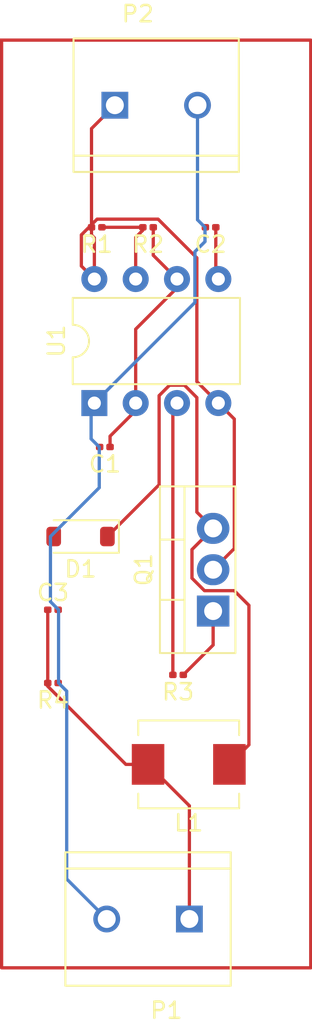
<source format=kicad_pcb>
(kicad_pcb (version 20240108) (generator "pcbnew") (generator_version "8.0")
  (layers (0 "F.Cu" signal) (31 "B.Cu" signal) (34 "B.Paste" user) (35 "F.Paste" user) (36 "B.SilkS" user "B.Silkscreen") (37 "F.SilkS" user "F.Silkscreen") (38 "B.Mask" user) (39 "F.Mask" user) (44 "Edge.Cuts" user))
  (net 0 "")
  (net 1 "GND")
  (net 2 "Net-(U1-THR)")
  (net 3 "Net-(U1-CV)")
  (net 4 "Net-(C3-Pad1)")
  (net 5 "Net-(D1-K)")
  (net 6 "Net-(Q1-G)")
  (net 7 "Net-(U1-DIS)")
  (net 8 "Net-(U1-Q)")
  (net 9 "Net-(Q1-D)")
  (footprint "282837-2:TE_282837-2" (layer "F.Cu") (at 180 124 180)
    (property "Reference" "P1" (at -1.127255 -5.614945 360) (layer "F.SilkS") (effects (font (size 1.002039 1.002039))))
    (property "Value" "282837-2")
    (fp_line (start 5.08 4.1) (end -5.08 4.1) (stroke (width 0.127)) (layer "F.SilkS"))
    (fp_line (start 5.08 3.1) (end 5.08 4.1) (stroke (width 0.127)) (layer "F.SilkS"))
    (fp_line (start 5.08 -4.1) (end 5.08 3.1) (stroke (width 0.127)) (layer "F.SilkS"))
    (fp_line (start -5.08 4.1) (end -5.08 3.1) (stroke (width 0.127)) (layer "F.SilkS"))
    (fp_line (start -5.08 3.1) (end 5.08 3.1) (stroke (width 0.127)) (layer "F.SilkS"))
    (fp_line (start -5.08 3.1) (end -5.08 -4.1) (stroke (width 0.127)) (layer "F.SilkS"))
    (fp_line (start -5.08 -4.1) (end 5.08 -4.1) (stroke (width 0.127)) (layer "F.SilkS"))
    (pad "1" thru_hole rect (at -2.54 0 180) (size 1.65 1.65) (drill 1.1) (layers "*.Cu" "*.Mask") (net 4 "Net-(C3-Pad1)"))
    (pad "2" thru_hole circle (at 2.54 0 180) (size 1.65 1.65) (drill 1.1) (layers "*.Cu" "*.Mask") (net 1 "GND"))
  )
  (footprint "Package_TO_SOT_THT:TO-220-3_Vertical" (layer "F.Cu") (at 184 105.08 90)
    (property "Reference" "Q1" (at 2.54 -4.27 90) (layer "F.SilkS"))
    (property "Value" "IRLZ44N")
    (fp_line (start 7.66 -3.27) (end 7.66 1.371) (stroke (width 0.12)) (layer "F.SilkS"))
    (fp_line (start 4.391 -3.27) (end 4.391 -1.76) (stroke (width 0.12)) (layer "F.SilkS"))
    (fp_line (start 0.69 -3.27) (end 0.69 -1.76) (stroke (width 0.12)) (layer "F.SilkS"))
    (fp_line (start -2.58 -3.27) (end 7.66 -3.27) (stroke (width 0.12)) (layer "F.SilkS"))
    (fp_line (start -2.58 -3.27) (end -2.58 1.371) (stroke (width 0.12)) (layer "F.SilkS"))
    (fp_line (start -2.58 -1.76) (end 7.66 -1.76) (stroke (width 0.12)) (layer "F.SilkS"))
    (fp_line (start -2.58 1.371) (end 7.66 1.371) (stroke (width 0.12)) (layer "F.SilkS"))
    (pad "1" thru_hole rect (at 0 0 90) (size 1.905 2) (drill 1.1) (layers "*.Cu" "*.Mask") (net 6 "Net-(Q1-G)"))
    (pad "2" thru_hole oval (at 2.54 0 90) (size 1.905 2) (drill 1.1) (layers "*.Cu" "*.Mask") (net 9 "Net-(Q1-D)"))
    (pad "3" thru_hole oval (at 5.08 0 90) (size 1.905 2) (drill 1.1) (layers "*.Cu" "*.Mask") (net 5 "Net-(D1-K)"))
  )
  (footprint "Inductor_SMD:L_Neosid_SM-PIC0512H" (layer "F.Cu") (at 182.5 114.5 180)
    (property "Reference" "L1" (at 0 -3.6 360) (layer "F.SilkS"))
    (property "Value" "11.35u")
    (fp_line (start 3.1 2.7) (end -3.1 2.7) (stroke (width 0.12)) (layer "F.SilkS"))
    (fp_line (start 3.1 1.8) (end 3.1 2.7) (stroke (width 0.12)) (layer "F.SilkS"))
    (fp_line (start 3.1 -2.7) (end 3.1 -1.8) (stroke (width 0.12)) (layer "F.SilkS"))
    (fp_line (start 3.1 -2.7) (end -3.1 -2.7) (stroke (width 0.12)) (layer "F.SilkS"))
    (fp_line (start -3.1 2.7) (end -3.1 1.8) (stroke (width 0.12)) (layer "F.SilkS"))
    (fp_line (start -3.1 -2.7) (end -3.1 -1.8) (stroke (width 0.12)) (layer "F.SilkS"))
    (pad "1" smd rect (at -2.5 0) (size 2 2.5) (layers "F.Cu" "F.Paste" "F.Mask") (net 5 "Net-(D1-K)"))
    (pad "2" smd rect (at 2.5 0) (size 2 2.5) (layers "F.Cu" "F.Paste" "F.Mask") (net 4 "Net-(C3-Pad1)"))
  )
  (footprint "Capacitor_SMD:C_0201_0603Metric" (layer "F.Cu") (at 177.345 95 180)
    (property "Reference" "C1" (at 0 -1.05 360) (layer "F.SilkS"))
    (property "Value" "100pf")
    (pad "1" smd roundrect (at -0.32 0 180) (size 0.46 0.4) (layers "F.Cu" "F.Mask") (net 2 "Net-(U1-THR)"))
    (pad "2" smd roundrect (at 0.32 0 180) (size 0.46 0.4) (layers "F.Cu" "F.Mask") (net 1 "GND"))
  )
  (footprint "Capacitor_SMD:C_0201_0603Metric" (layer "F.Cu") (at 183.845 81.5 180)
    (property "Reference" "C2" (at 0 -1.05 360) (layer "F.SilkS"))
    (property "Value" "0.01u")
    (pad "1" smd roundrect (at -0.32 0 180) (size 0.46 0.4) (layers "F.Cu" "F.Mask") (net 3 "Net-(U1-CV)"))
    (pad "2" smd roundrect (at 0.32 0 180) (size 0.46 0.4) (layers "F.Cu" "F.Mask") (net 1 "GND"))
  )
  (footprint "Capacitor_SMD:C_0201_0603Metric" (layer "F.Cu") (at 174.155 105)
    (property "Reference" "C3" (at 0 -1.05 0) (layer "F.SilkS"))
    (property "Value" "11.64u")
    (pad "1" smd roundrect (at -0.32 0) (size 0.46 0.4) (layers "F.Cu" "F.Mask") (net 4 "Net-(C3-Pad1)"))
    (pad "2" smd roundrect (at 0.32 0) (size 0.46 0.4) (layers "F.Cu" "F.Mask") (net 1 "GND"))
  )
  (footprint "Package_DIP:DIP-8_W7.62mm" (layer "F.Cu") (at 176.7 92.3 90)
    (property "Reference" "U1" (at 3.81 -2.33 90) (layer "F.SilkS"))
    (property "Value" "ICM7555xP")
    (fp_line (start 6.46 -1.33) (end 4.81 -1.33) (stroke (width 0.12)) (layer "F.SilkS"))
    (fp_line (start 2.81 -1.33) (end 1.16 -1.33) (stroke (width 0.12)) (layer "F.SilkS"))
    (fp_line (start 1.16 -1.33) (end 1.16 8.95) (stroke (width 0.12)) (layer "F.SilkS"))
    (fp_line (start 6.46 8.95) (end 6.46 -1.33) (stroke (width 0.12)) (layer "F.SilkS"))
    (fp_line (start 1.16 8.95) (end 6.46 8.95) (stroke (width 0.12)) (layer "F.SilkS"))
    (fp_arc (start 4.81 -1.33) (mid 3.81 -0.33) (end 2.81 -1.33) (stroke (width 0.12)) (layer "F.SilkS"))
    (pad "1" thru_hole rect (at 0 0 90) (size 1.6 1.6) (drill 0.8) (layers "*.Cu" "*.Mask") (net 1 "GND"))
    (pad "2" thru_hole oval (at 0 2.54 90) (size 1.6 1.6) (drill 0.8) (layers "*.Cu" "*.Mask") (net 2 "Net-(U1-THR)"))
    (pad "3" thru_hole oval (at 0 5.08 90) (size 1.6 1.6) (drill 0.8) (layers "*.Cu" "*.Mask") (net 8 "Net-(U1-Q)"))
    (pad "4" thru_hole oval (at 0 7.62 90) (size 1.6 1.6) (drill 0.8) (layers "*.Cu" "*.Mask") (net 9 "Net-(Q1-D)"))
    (pad "5" thru_hole oval (at 7.62 7.62 90) (size 1.6 1.6) (drill 0.8) (layers "*.Cu" "*.Mask") (net 3 "Net-(U1-CV)"))
    (pad "6" thru_hole oval (at 7.62 5.08 90) (size 1.6 1.6) (drill 0.8) (layers "*.Cu" "*.Mask") (net 2 "Net-(U1-THR)"))
    (pad "7" thru_hole oval (at 7.62 2.54 90) (size 1.6 1.6) (drill 0.8) (layers "*.Cu" "*.Mask") (net 7 "Net-(U1-DIS)"))
    (pad "8" thru_hole oval (at 7.62 0 90) (size 1.6 1.6) (drill 0.8) (layers "*.Cu" "*.Mask") (net 9 "Net-(Q1-D)"))
  )
  (footprint "Resistor_SMD:R_0201_0603Metric" (layer "F.Cu") (at 180 81.5 180)
    (property "Reference" "R2" (at 0 -1.05 360) (layer "F.SilkS"))
    (property "Value" "10k")
    (pad "1" smd roundrect (at -0.32 0 180) (size 0.46 0.4) (layers "F.Cu" "F.Mask") (net 2 "Net-(U1-THR)"))
    (pad "2" smd roundrect (at 0.32 0 180) (size 0.46 0.4) (layers "F.Cu" "F.Mask") (net 7 "Net-(U1-DIS)"))
  )
  (footprint "Diode_SMD:D_SOD-123" (layer "F.Cu") (at 175.85 100.5 180)
    (property "Reference" "D1" (at 0 -2 360) (layer "F.SilkS"))
    (property "Value" "MBR0540")
    (fp_line (start -2.36 1) (end 1.65 1) (stroke (width 0.12)) (layer "F.SilkS"))
    (fp_line (start -2.36 -1) (end 1.65 -1) (stroke (width 0.12)) (layer "F.SilkS"))
    (fp_line (start -2.36 -1) (end -2.36 1) (stroke (width 0.12)) (layer "F.SilkS"))
    (pad "1" smd roundrect (at -1.65 0 180) (size 0.9 1.2) (layers "F.Cu" "F.Paste" "F.Mask") (net 5 "Net-(D1-K)"))
    (pad "2" smd roundrect (at 1.65 0 180) (size 0.9 1.2) (layers "F.Cu" "F.Paste" "F.Mask") (net 1 "GND"))
  )
  (footprint "282837-2:TE_282837-2" (layer "F.Cu") (at 180.5 74)
    (property "Reference" "P2" (at -1.127255 -5.614945 0) (layer "F.SilkS") (effects (font (size 1.002039 1.002039))))
    (property "Value" "282837-2")
    (fp_line (start -5.08 -4.1) (end 5.08 -4.1) (stroke (width 0.127)) (layer "F.SilkS"))
    (fp_line (start -5.08 3.1) (end -5.08 -4.1) (stroke (width 0.127)) (layer "F.SilkS"))
    (fp_line (start -5.08 3.1) (end 5.08 3.1) (stroke (width 0.127)) (layer "F.SilkS"))
    (fp_line (start -5.08 4.1) (end -5.08 3.1) (stroke (width 0.127)) (layer "F.SilkS"))
    (fp_line (start 5.08 -4.1) (end 5.08 3.1) (stroke (width 0.127)) (layer "F.SilkS"))
    (fp_line (start 5.08 3.1) (end 5.08 4.1) (stroke (width 0.127)) (layer "F.SilkS"))
    (fp_line (start 5.08 4.1) (end -5.08 4.1) (stroke (width 0.127)) (layer "F.SilkS"))
    (pad "1" thru_hole rect (at -2.54 0) (size 1.65 1.65) (drill 1.1) (layers "*.Cu" "*.Mask") (net 9 "Net-(Q1-D)"))
    (pad "2" thru_hole circle (at 2.54 0) (size 1.65 1.65) (drill 1.1) (layers "*.Cu" "*.Mask") (net 1 "GND"))
  )
  (footprint "Resistor_SMD:R_0201_0603Metric" (layer "F.Cu") (at 174.155 109.5 180)
    (property "Reference" "R4" (at 0 -1.05 360) (layer "F.SilkS"))
    (property "Value" "1.073")
    (pad "1" smd roundrect (at -0.32 0 180) (size 0.46 0.4) (layers "F.Cu" "F.Mask") (net 1 "GND"))
    (pad "2" smd roundrect (at 0.32 0 180) (size 0.46 0.4) (layers "F.Cu" "F.Mask") (net 4 "Net-(C3-Pad1)"))
  )
  (footprint "Resistor_SMD:R_0201_0603Metric" (layer "F.Cu") (at 176.845 81.5 180)
    (property "Reference" "R1" (at 0 -1.05 360) (layer "F.SilkS"))
    (property "Value" "28k")
    (pad "1" smd roundrect (at -0.32 0 180) (size 0.46 0.4) (layers "F.Cu" "F.Mask") (net 7 "Net-(U1-DIS)"))
    (pad "2" smd roundrect (at 0.32 0 180) (size 0.46 0.4) (layers "F.Cu" "F.Mask") (net 9 "Net-(Q1-D)"))
  )
  (footprint "Resistor_SMD:R_0201_0603Metric" (layer "F.Cu") (at 181.845 109 180)
    (property "Reference" "R3" (at 0 -1.05 360) (layer "F.SilkS"))
    (property "Value" "470")
    (pad "1" smd roundrect (at -0.32 0 180) (size 0.46 0.4) (layers "F.Cu" "F.Mask") (net 6 "Net-(Q1-G)"))
    (pad "2" smd roundrect (at 0.32 0 180) (size 0.46 0.4) (layers "F.Cu" "F.Mask") (net 8 "Net-(U1-Q)"))
  )
  (gr_rect (start 171 70) (end 190 127) (stroke (width 0.2)) (fill none) (layer "F.Cu"))
  (segment (start 174.5 109.5) (end 175 110) (width 0.2) (layer "B.Cu") (net 1))
  (segment (start 182.88 86.12) (end 176.7 92.3) (width 0.2) (layer "B.Cu") (net 1))
  (segment (start 176.7 92.3) (end 176.5 92.5) (width 0.2) (layer "B.Cu") (net 1))
  (segment (start 183.04 74) (end 183.04 81.04) (width 0.2) (layer "B.Cu") (net 1))
  (segment (start 174 104.5) (end 174.5 105) (width 0.2) (layer "B.Cu") (net 1))
  (segment (start 174.5 105) (end 174.5 109.5) (width 0.2) (layer "B.Cu") (net 1))
  (segment (start 183.5 82.38) (end 182.88 83) (width 0.2) (layer "B.Cu") (net 1))
  (segment (start 174 100.5) (end 174 104.5) (width 0.2) (layer "B.Cu") (net 1))
  (segment (start 175 121.54) (end 177.46 124) (width 0.2) (layer "B.Cu") (net 1))
  (segment (start 183.5 81.5) (end 183.5 82.38) (width 0.2) (layer "B.Cu") (net 1))
  (segment (start 177 97.5) (end 174 100.5) (width 0.2) (layer "B.Cu") (net 1))
  (segment (start 176.5 92.5) (end 176.5 94.5) (width 0.2) (layer "B.Cu") (net 1))
  (segment (start 176.5 94.5) (end 177 95) (width 0.2) (layer "B.Cu") (net 1))
  (segment (start 177 95) (end 177 97.5) (width 0.2) (layer "B.Cu") (net 1))
  (segment (start 183.04 81.04) (end 183.5 81.5) (width 0.2) (layer "B.Cu") (net 1))
  (segment (start 182.88 83) (end 182.88 86.12) (width 0.2) (layer "B.Cu") (net 1))
  (segment (start 175 110) (end 175 121.54) (width 0.2) (layer "B.Cu") (net 1))
  (segment (start 180.32 83.22) (end 181.78 84.68) (width 0.2) (layer "F.Cu") (net 2))
  (segment (start 180.32 81.5) (end 180.32 83.22) (width 0.2) (layer "F.Cu") (net 2))
  (segment (start 179.24 92.3) (end 179.24 92.76) (width 0.2) (layer "F.Cu") (net 2))
  (segment (start 181.78 85.22) (end 179.24 87.76) (width 0.2) (layer "F.Cu") (net 2))
  (segment (start 179.24 92.76) (end 177.665 94.335) (width 0.2) (layer "F.Cu") (net 2))
  (segment (start 181.78 84.68) (end 181.78 85.22) (width 0.2) (layer "F.Cu") (net 2))
  (segment (start 177.665 94.335) (end 177.665 95) (width 0.2) (layer "F.Cu") (net 2))
  (segment (start 179.24 87.76) (end 179.24 92.3) (width 0.2) (layer "F.Cu") (net 2))
  (segment (start 184.165 81.5) (end 184.165 84.525) (width 0.2) (layer "F.Cu") (net 3))
  (segment (start 184.165 84.525) (end 184.32 84.68) (width 0.2) (layer "F.Cu") (net 3))
  (segment (start 182.54 124) (end 182.54 117.04) (width 0.2) (layer "F.Cu") (net 4))
  (segment (start 180 114.5) (end 178.635001 114.5) (width 0.2) (layer "F.Cu") (net 4))
  (segment (start 173.835 105) (end 173.835 109.5) (width 0.2) (layer "F.Cu") (net 4))
  (segment (start 173.835 109.699999) (end 173.835 109.5) (width 0.2) (layer "F.Cu") (net 4))
  (segment (start 178.635001 114.5) (end 173.835 109.699999) (width 0.2) (layer "F.Cu") (net 4))
  (segment (start 182.54 117.04) (end 180 114.5) (width 0.2) (layer "F.Cu") (net 4))
  (segment (start 180.68 91.844365) (end 181.324365 91.2) (width 0.2) (layer "F.Cu") (net 5))
  (segment (start 182.7 103.058802) (end 183.468698 103.8275) (width 0.2) (layer "F.Cu") (net 5))
  (segment (start 181.324365 91.2) (end 182.235635 91.2) (width 0.2) (layer "F.Cu") (net 5))
  (segment (start 182.7 101.3) (end 182.7 103.058802) (width 0.2) (layer "F.Cu") (net 5))
  (segment (start 183 99) (end 184 100) (width 0.2) (layer "F.Cu") (net 5))
  (segment (start 177.5 100.5) (end 180.68 97.32) (width 0.2) (layer "F.Cu") (net 5))
  (segment (start 186.2 113.3) (end 185 114.5) (width 0.2) (layer "F.Cu") (net 5))
  (segment (start 183.468698 103.8275) (end 185.3 103.8275) (width 0.2) (layer "F.Cu") (net 5))
  (segment (start 183 91.964365) (end 183 99) (width 0.2) (layer "F.Cu") (net 5))
  (segment (start 184 100) (end 182.7 101.3) (width 0.2) (layer "F.Cu") (net 5))
  (segment (start 182.235635 91.2) (end 183 91.964365) (width 0.2) (layer "F.Cu") (net 5))
  (segment (start 185.3 103.8275) (end 186.2 104.7275) (width 0.2) (layer "F.Cu") (net 5))
  (segment (start 180.68 97.32) (end 180.68 91.844365) (width 0.2) (layer "F.Cu") (net 5))
  (segment (start 186.2 104.7275) (end 186.2 113.3) (width 0.2) (layer "F.Cu") (net 5))
  (segment (start 184 105.08) (end 184 107.165) (width 0.2) (layer "F.Cu") (net 6))
  (segment (start 184 107.165) (end 182.165 109) (width 0.2) (layer "F.Cu") (net 6))
  (segment (start 177.165 81.5) (end 179.68 81.5) (width 0.2) (layer "F.Cu") (net 7))
  (segment (start 179.68 81.68) (end 179.24 82.12) (width 0.2) (layer "F.Cu") (net 7))
  (segment (start 179.24 82.12) (end 179.24 84.68) (width 0.2) (layer "F.Cu") (net 7))
  (segment (start 179.68 81.5) (end 179.68 81.68) (width 0.2) (layer "F.Cu") (net 7))
  (segment (start 181.78 92.3) (end 181.525 92.555) (width 0.2) (layer "F.Cu") (net 8))
  (segment (start 181.525 92.555) (end 181.525 109) (width 0.2) (layer "F.Cu") (net 8))
  (segment (start 176.7 84.68) (end 175.900001 83.880001) (width 0.2) (layer "F.Cu") (net 9))
  (segment (start 176.525 75.435) (end 176.525 81.5) (width 0.2) (layer "F.Cu") (net 9))
  (segment (start 175.900001 83.880001) (end 175.900001 81.966543) (width 0.2) (layer "F.Cu") (net 9))
  (segment (start 177.96 74) (end 176.525 75.435) (width 0.2) (layer "F.Cu") (net 9))
  (segment (start 176.525 81.5) (end 176.525 81.975) (width 0.2) (layer "F.Cu") (net 9))
  (segment (start 180.618456 81) (end 183 83.381544) (width 0.2) (layer "F.Cu") (net 9))
  (segment (start 176.866544 81) (end 180.618456 81) (width 0.2) (layer "F.Cu") (net 9))
  (segment (start 184.32 92.3) (end 185.3 93.28) (width 0.2) (layer "F.Cu") (net 9))
  (segment (start 185.3 101.24) (end 184 102.54) (width 0.2) (layer "F.Cu") (net 9))
  (segment (start 183 90.98) (end 184.32 92.3) (width 0.2) (layer "F.Cu") (net 9))
  (segment (start 175.900001 81.966543) (end 176.866544 81) (width 0.2) (layer "F.Cu") (net 9))
  (segment (start 183 83.381544) (end 183 90.98) (width 0.2) (layer "F.Cu") (net 9))
  (segment (start 176.7 82.15) (end 176.7 84.68) (width 0.2) (layer "F.Cu") (net 9))
  (segment (start 185.3 93.28) (end 185.3 101.24) (width 0.2) (layer "F.Cu") (net 9))
  (segment (start 176.525 81.975) (end 176.7 82.15) (width 0.2) (layer "F.Cu") (net 9))
)
</source>
